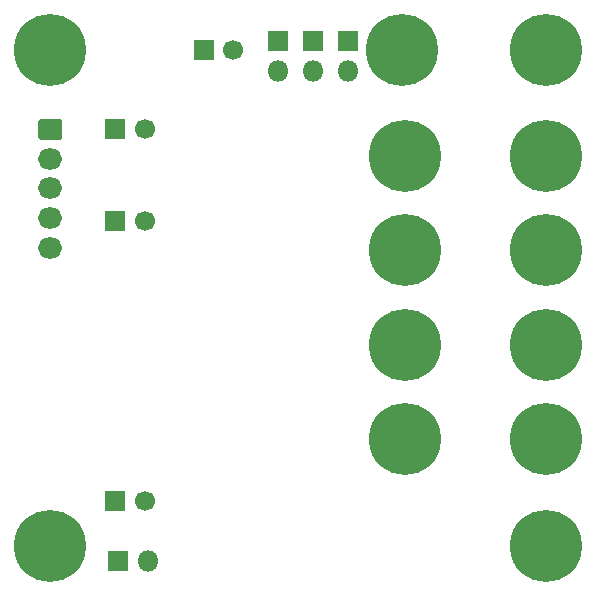
<source format=gbr>
%TF.GenerationSoftware,KiCad,Pcbnew,(5.1.6)-1*%
%TF.CreationDate,2021-10-10T19:01:51-07:00*%
%TF.ProjectId,PV Panel Monitor,50562050-616e-4656-9c20-4d6f6e69746f,rev?*%
%TF.SameCoordinates,Original*%
%TF.FileFunction,Soldermask,Bot*%
%TF.FilePolarity,Negative*%
%FSLAX46Y46*%
G04 Gerber Fmt 4.6, Leading zero omitted, Abs format (unit mm)*
G04 Created by KiCad (PCBNEW (5.1.6)-1) date 2021-10-10 19:01:51*
%MOMM*%
%LPD*%
G01*
G04 APERTURE LIST*
%ADD10O,1.800000X1.800000*%
%ADD11R,1.800000X1.800000*%
%ADD12O,2.050000X1.800000*%
%ADD13C,1.700000*%
%ADD14R,1.700000X1.700000*%
%ADD15C,6.100000*%
%ADD16C,0.900000*%
G04 APERTURE END LIST*
D10*
%TO.C,TP4*%
X62250000Y-97250000D03*
D11*
X59710000Y-97250000D03*
%TD*%
D10*
%TO.C,TP3*%
X76250000Y-55790000D03*
D11*
X76250000Y-53250000D03*
%TD*%
D10*
%TO.C,TP2*%
X79250000Y-55790000D03*
D11*
X79250000Y-53250000D03*
%TD*%
D10*
%TO.C,TP1*%
X73250000Y-55790000D03*
D11*
X73250000Y-53250000D03*
%TD*%
D12*
%TO.C,J1*%
X54000000Y-70750000D03*
X54000000Y-68250000D03*
X54000000Y-65750000D03*
X54000000Y-63250000D03*
G36*
G01*
X53239706Y-59850000D02*
X54760294Y-59850000D01*
G75*
G02*
X55025000Y-60114706I0J-264706D01*
G01*
X55025000Y-61385294D01*
G75*
G02*
X54760294Y-61650000I-264706J0D01*
G01*
X53239706Y-61650000D01*
G75*
G02*
X52975000Y-61385294I0J264706D01*
G01*
X52975000Y-60114706D01*
G75*
G02*
X53239706Y-59850000I264706J0D01*
G01*
G37*
%TD*%
D13*
%TO.C,C22*%
X62000000Y-68500000D03*
D14*
X59500000Y-68500000D03*
%TD*%
D13*
%TO.C,C15*%
X62000000Y-60750000D03*
D14*
X59500000Y-60750000D03*
%TD*%
D15*
%TO.C,H4*%
X54000000Y-96000000D03*
D16*
X56250000Y-96000000D03*
X55590990Y-97590990D03*
X54000000Y-98250000D03*
X52409010Y-97590990D03*
X51750000Y-96000000D03*
X52409010Y-94409010D03*
X54000000Y-93750000D03*
X55590990Y-94409010D03*
%TD*%
D15*
%TO.C,H3*%
X96000000Y-54000000D03*
D16*
X98250000Y-54000000D03*
X97590990Y-55590990D03*
X96000000Y-56250000D03*
X94409010Y-55590990D03*
X93750000Y-54000000D03*
X94409010Y-52409010D03*
X96000000Y-51750000D03*
X97590990Y-52409010D03*
%TD*%
D15*
%TO.C,H2*%
X54000000Y-54000000D03*
D16*
X56250000Y-54000000D03*
X55590990Y-55590990D03*
X54000000Y-56250000D03*
X52409010Y-55590990D03*
X51750000Y-54000000D03*
X52409010Y-52409010D03*
X54000000Y-51750000D03*
X55590990Y-52409010D03*
%TD*%
D15*
%TO.C,H1*%
X96000000Y-96000000D03*
D16*
X98250000Y-96000000D03*
X97590990Y-97590990D03*
X96000000Y-98250000D03*
X94409010Y-97590990D03*
X93750000Y-96000000D03*
X94409010Y-94409010D03*
X96000000Y-93750000D03*
X97590990Y-94409010D03*
%TD*%
%TO.C,Gnd1*%
X85340990Y-52409010D03*
X83750000Y-51750000D03*
X82159010Y-52409010D03*
X81500000Y-54000000D03*
X82159010Y-55590990D03*
X83750000Y-56250000D03*
X85340990Y-55590990D03*
X86000000Y-54000000D03*
D15*
X83750000Y-54000000D03*
%TD*%
D13*
%TO.C,C6*%
X62000000Y-92250000D03*
D14*
X59500000Y-92250000D03*
%TD*%
D13*
%TO.C,C5*%
X69500000Y-54000000D03*
D14*
X67000000Y-54000000D03*
%TD*%
D16*
%TO.C,S4_Lo1*%
X85590990Y-85409010D03*
X84000000Y-84750000D03*
X82409010Y-85409010D03*
X81750000Y-87000000D03*
X82409010Y-88590990D03*
X84000000Y-89250000D03*
X85590990Y-88590990D03*
X86250000Y-87000000D03*
D15*
X84000000Y-87000000D03*
%TD*%
D16*
%TO.C,S4_Hi1*%
X97590990Y-85409010D03*
X96000000Y-84750000D03*
X94409010Y-85409010D03*
X93750000Y-87000000D03*
X94409010Y-88590990D03*
X96000000Y-89250000D03*
X97590990Y-88590990D03*
X98250000Y-87000000D03*
D15*
X96000000Y-87000000D03*
%TD*%
D16*
%TO.C,S3_Lo1*%
X85590990Y-77409010D03*
X84000000Y-76750000D03*
X82409010Y-77409010D03*
X81750000Y-79000000D03*
X82409010Y-80590990D03*
X84000000Y-81250000D03*
X85590990Y-80590990D03*
X86250000Y-79000000D03*
D15*
X84000000Y-79000000D03*
%TD*%
D16*
%TO.C,S3_Hi1*%
X97590990Y-77409010D03*
X96000000Y-76750000D03*
X94409010Y-77409010D03*
X93750000Y-79000000D03*
X94409010Y-80590990D03*
X96000000Y-81250000D03*
X97590990Y-80590990D03*
X98250000Y-79000000D03*
D15*
X96000000Y-79000000D03*
%TD*%
D16*
%TO.C,S2_Lo1*%
X85590990Y-69409010D03*
X84000000Y-68750000D03*
X82409010Y-69409010D03*
X81750000Y-71000000D03*
X82409010Y-72590990D03*
X84000000Y-73250000D03*
X85590990Y-72590990D03*
X86250000Y-71000000D03*
D15*
X84000000Y-71000000D03*
%TD*%
D16*
%TO.C,S2_Hi1*%
X97590990Y-69409010D03*
X96000000Y-68750000D03*
X94409010Y-69409010D03*
X93750000Y-71000000D03*
X94409010Y-72590990D03*
X96000000Y-73250000D03*
X97590990Y-72590990D03*
X98250000Y-71000000D03*
D15*
X96000000Y-71000000D03*
%TD*%
D16*
%TO.C,S1_Lo1*%
X85590990Y-61409010D03*
X84000000Y-60750000D03*
X82409010Y-61409010D03*
X81750000Y-63000000D03*
X82409010Y-64590990D03*
X84000000Y-65250000D03*
X85590990Y-64590990D03*
X86250000Y-63000000D03*
D15*
X84000000Y-63000000D03*
%TD*%
D16*
%TO.C,S1_Hi1*%
X97590990Y-61409010D03*
X96000000Y-60750000D03*
X94409010Y-61409010D03*
X93750000Y-63000000D03*
X94409010Y-64590990D03*
X96000000Y-65250000D03*
X97590990Y-64590990D03*
X98250000Y-63000000D03*
D15*
X96000000Y-63000000D03*
%TD*%
M02*

</source>
